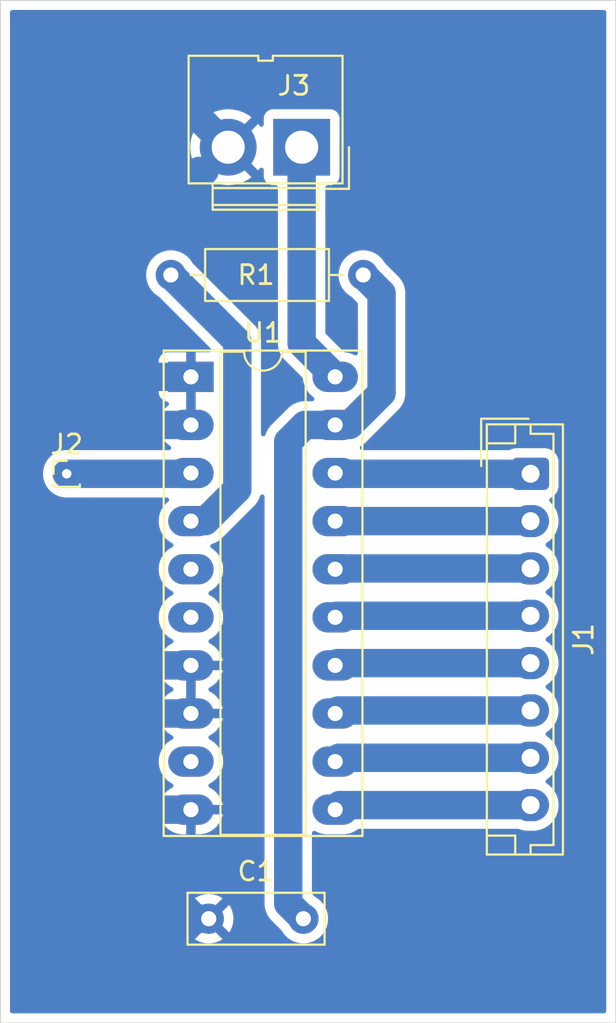
<source format=kicad_pcb>
(kicad_pcb (version 20240108) (generator "pcbnew") (generator_version "8.0")
  (layers (0 "F.Cu" signal) (31 "B.Cu" signal) (36 "B.SilkS" user "B.Silkscreen") (37 "F.SilkS" user "F.Silkscreen") (44 "Edge.Cuts" user))
  (net 0 "")
  (net 1 "GND")
  (net 2 "Net-(U1-CLK_R)")
  (net 3 "Net-(J1-Pin_1)")
  (net 4 "Net-(J1-Pin_3)")
  (net 5 "Net-(J1-Pin_5)")
  (net 6 "Net-(J1-Pin_7)")
  (net 7 "Net-(J1-Pin_2)")
  (net 8 "Net-(J1-Pin_8)")
  (net 9 "Net-(J1-Pin_6)")
  (net 10 "Net-(J1-Pin_4)")
  (net 11 "Net-(J2-Pin_1)")
  (net 12 "VCC")
  (net 13 "Net-(U1-CLK_IN)")
  (footprint "Connector_JST:JST_EH_B8B-EH-A_1x08_P2.50mm_Vertical" (layer "F.Cu") (at 116.5 92.5 -90)
    (property "Reference" "J1" (at 8.75 -2.8 90) (layer "F.SilkS"))
    (property "Value" "Conn_01x08_Socket")
    (fp_line (start -2.91 2.61) (end -0.41 2.61) (stroke (width 0.12)) (layer "F.SilkS"))
    (fp_line (start -2.61 2.31) (end 20.11 2.31) (stroke (width 0.12)) (layer "F.SilkS"))
    (fp_line (start 20.11 2.31) (end 20.11 -1.71) (stroke (width 0.12)) (layer "F.SilkS"))
    (fp_line (start -2.61 0.81) (end -1.61 0.81) (stroke (width 0.12)) (layer "F.SilkS"))
    (fp_line (start -1.61 0.81) (end -1.61 2.31) (stroke (width 0.12)) (layer "F.SilkS"))
    (fp_line (start 19.11 0.81) (end 19.11 2.31) (stroke (width 0.12)) (layer "F.SilkS"))
    (fp_line (start 20.11 0.81) (end 19.11 0.81) (stroke (width 0.12)) (layer "F.SilkS"))
    (fp_line (start -2.91 0.11) (end -2.91 2.61) (stroke (width 0.12)) (layer "F.SilkS"))
    (fp_line (start -2.61 0) (end -2.11 0) (stroke (width 0.12)) (layer "F.SilkS"))
    (fp_line (start -2.11 0) (end -2.11 -1.21) (stroke (width 0.12)) (layer "F.SilkS"))
    (fp_line (start 19.61 0) (end 20.11 0) (stroke (width 0.12)) (layer "F.SilkS"))
    (fp_line (start -2.11 -1.21) (end 19.61 -1.21) (stroke (width 0.12)) (layer "F.SilkS"))
    (fp_line (start 19.61 -1.21) (end 19.61 0) (stroke (width 0.12)) (layer "F.SilkS"))
    (fp_line (start -2.61 -1.71) (end -2.61 2.31) (stroke (width 0.12)) (layer "F.SilkS"))
    (fp_line (start 20.11 -1.71) (end -2.61 -1.71) (stroke (width 0.12)) (layer "F.SilkS"))
    (pad "1" thru_hole roundrect (at 0 0 270) (size 1.7 1.95) (drill 0.95) (layers "*.Cu" "*.Mask") (roundrect_rratio 0.147059) (net 3 "Net-(J1-Pin_1)"))
    (pad "2" thru_hole oval (at 2.5 0 270) (size 1.7 1.95) (drill 0.95) (layers "*.Cu" "*.Mask") (net 7 "Net-(J1-Pin_2)"))
    (pad "3" thru_hole oval (at 5 0 270) (size 1.7 1.95) (drill 0.95) (layers "*.Cu" "*.Mask") (net 4 "Net-(J1-Pin_3)"))
    (pad "4" thru_hole oval (at 7.5 0 270) (size 1.7 1.95) (drill 0.95) (layers "*.Cu" "*.Mask") (net 10 "Net-(J1-Pin_4)"))
    (pad "5" thru_hole oval (at 10 0 270) (size 1.7 1.95) (drill 0.95) (layers "*.Cu" "*.Mask") (net 5 "Net-(J1-Pin_5)"))
    (pad "6" thru_hole oval (at 12.5 0 270) (size 1.7 1.95) (drill 0.95) (layers "*.Cu" "*.Mask") (net 9 "Net-(J1-Pin_6)"))
    (pad "7" thru_hole oval (at 15 0 270) (size 1.7 1.95) (drill 0.95) (layers "*.Cu" "*.Mask") (net 6 "Net-(J1-Pin_7)"))
    (pad "8" thru_hole oval (at 17.5 0 270) (size 1.7 1.95) (drill 0.95) (layers "*.Cu" "*.Mask") (net 8 "Net-(J1-Pin_8)"))
  )
  (footprint "Connector:JWT_A3963_1x02_P3.96mm_Vertical" (layer "F.Cu") (at 104.4075 75.25 180)
    (property "Reference" "J3" (at 0.4075 3.25 0) (layer "F.SilkS"))
    (property "Value" "Conn_01x02_Pin")
    (fp_line (start 5.97 4.83) (end 5.97 0) (stroke (width 0.12)) (layer "F.SilkS"))
    (fp_line (start 5.97 -1.91) (end 5.97 0) (stroke (width 0.12)) (layer "F.SilkS"))
    (fp_line (start 4.7 -1.91) (end 4.7 -3.3) (stroke (width 0.12)) (layer "F.SilkS"))
    (fp_line (start 2.29 4.83) (end 5.97 4.83) (stroke (width 0.12)) (layer "F.SilkS"))
    (fp_line (start 2.29 4.57) (end 2.29 4.83) (stroke (width 0.12)) (layer "F.SilkS"))
    (fp_line (start 1.52 4.83) (end 1.52 4.57) (stroke (width 0.12)) (layer "F.SilkS"))
    (fp_line (start 1.52 4.83) (end -2.16 4.83) (stroke (width 0.12)) (layer "F.SilkS"))
    (fp_line (start 1.52 4.57) (end 2.29 4.57) (stroke (width 0.12)) (layer "F.SilkS"))
    (fp_line (start -0.89 -1.91) (end -0.89 -3.3) (stroke (width 0.12)) (layer "F.SilkS"))
    (fp_line (start -0.89 -2.16) (end 4.7 -2.16) (stroke (width 0.12)) (layer "F.SilkS"))
    (fp_line (start -0.89 -3.05) (end 4.7 -3.05) (stroke (width 0.12)) (layer "F.SilkS"))
    (fp_line (start -0.89 -3.3) (end 4.7 -3.3) (stroke (width 0.12)) (layer "F.SilkS"))
    (fp_line (start -1.2 -2.2) (end -2.5 -2.2) (stroke (width 0.12)) (layer "F.SilkS"))
    (fp_line (start -2.16 0) (end -2.16 4.83) (stroke (width 0.12)) (layer "F.SilkS"))
    (fp_line (start -2.16 -1.91) (end 5.97 -1.91) (stroke (width 0.12)) (layer "F.SilkS"))
    (fp_line (start -2.16 -1.91) (end -2.16 0) (stroke (width 0.12)) (layer "F.SilkS"))
    (fp_line (start -2.5 -2.2) (end -2.5 0) (stroke (width 0.12)) (layer "F.SilkS"))
    (pad "1" thru_hole rect (at 0 0 180) (size 3 3) (drill 1.75) (layers "*.Cu" "*.Mask") (net 12 "VCC"))
    (pad "2" thru_hole circle (at 3.88 0 180) (size 3 3) (drill 1.75) (layers "*.Cu" "*.Mask") (net 1 "GND"))
  )
  (footprint "Capacitor_THT:C_Disc_D7.0mm_W2.5mm_P5.00mm" (layer "F.Cu") (at 99.5 116)
    (property "Reference" "C1" (at 2.5 -2.5 0) (layer "F.SilkS"))
    (property "Value" "150nF")
    (fp_line (start -1.12 -1.37) (end -1.12 1.37) (stroke (width 0.12)) (layer "F.SilkS"))
    (fp_line (start -1.12 -1.37) (end 6.12 -1.37) (stroke (width 0.12)) (layer "F.SilkS"))
    (fp_line (start -1.12 1.37) (end 6.12 1.37) (stroke (width 0.12)) (layer "F.SilkS"))
    (fp_line (start 6.12 -1.37) (end 6.12 1.37) (stroke (width 0.12)) (layer "F.SilkS"))
    (pad "1" thru_hole circle (at 0 0) (size 1.6 1.6) (drill 0.8) (layers "*.Cu" "*.Mask") (net 1 "GND"))
    (pad "2" thru_hole circle (at 5 0) (size 1.6 1.6) (drill 0.8) (layers "*.Cu" "*.Mask") (net 2 "Net-(U1-CLK_R)"))
  )
  (footprint "Connector_PinHeader_1.00mm:PinHeader_1x01_P1.00mm_Vertical" (layer "F.Cu") (at 92 92.5)
    (property "Reference" "J2" (at 0 -1.56 0) (layer "F.SilkS"))
    (property "Value" "Conn_01x01_Pin")
    (fp_line (start -0.695 -0.685) (end 0 -0.685) (stroke (width 0.12)) (layer "F.SilkS"))
    (fp_line (start -0.695 0) (end -0.695 -0.685) (stroke (width 0.12)) (layer "F.SilkS"))
    (fp_line (start -0.695 0.685) (end -0.695 0.56) (stroke (width 0.12)) (layer "F.SilkS"))
    (fp_line (start -0.695 0.685) (end -0.608276 0.685) (stroke (width 0.12)) (layer "F.SilkS"))
    (fp_line (start -0.695 0.685) (end 0.695 0.685) (stroke (width 0.12)) (layer "F.SilkS"))
    (fp_line (start 0.608276 0.685) (end 0.695 0.685) (stroke (width 0.12)) (layer "F.SilkS"))
    (fp_line (start 0.695 0.685) (end 0.695 0.56) (stroke (width 0.12)) (layer "F.SilkS"))
    (pad "1" thru_hole rect (at 0 0) (size 0.85 0.85) (drill 0.5) (layers "*.Cu" "*.Mask") (net 11 "Net-(J2-Pin_1)"))
  )
  (footprint "Package_DIP:CERDIP-20_W7.62mm_SideBrazed_LongPads_Socket" (layer "F.Cu") (at 98.56 87.38)
    (property "Reference" "U1" (at 3.81 -2.33 0) (layer "F.SilkS"))
    (property "Value" "ADC0804LCN")
    (fp_line (start -1.44 -1.39) (end -1.44 24.25) (stroke (width 0.12)) (layer "F.SilkS"))
    (fp_line (start -1.44 24.25) (end 9.06 24.25) (stroke (width 0.12)) (layer "F.SilkS"))
    (fp_line (start 1.56 -1.33) (end 1.56 24.19) (stroke (width 0.12)) (layer "F.SilkS"))
    (fp_line (start 1.56 24.19) (end 6.06 24.19) (stroke (width 0.12)) (layer "F.SilkS"))
    (fp_line (start 2.81 -1.33) (end 1.56 -1.33) (stroke (width 0.12)) (layer "F.SilkS"))
    (fp_line (start 6.06 -1.33) (end 4.81 -1.33) (stroke (width 0.12)) (layer "F.SilkS"))
    (fp_line (start 6.06 24.19) (end 6.06 -1.33) (stroke (width 0.12)) (layer "F.SilkS"))
    (fp_line (start 9.06 -1.39) (end -1.44 -1.39) (stroke (width 0.12)) (layer "F.SilkS"))
    (fp_line (start 9.06 24.25) (end 9.06 -1.39) (stroke (width 0.12)) (layer "F.SilkS"))
    (fp_arc (start 4.81 -1.33) (mid 3.81 -0.33) (end 2.81 -1.33) (stroke (width 0.12)) (layer "F.SilkS"))
    (pad "1" thru_hole rect (at 0 0) (size 2.4 1.6) (drill 0.8) (layers "*.Cu" "*.Mask") (net 1 "GND"))
    (pad "2" thru_hole oval (at 0 2.54) (size 2.4 1.6) (drill 0.8) (layers "*.Cu" "*.Mask") (net 1 "GND"))
    (pad "3" thru_hole oval (at 0 5.08) (size 2.4 1.6) (drill 0.8) (layers "*.Cu" "*.Mask") (net 11 "Net-(J2-Pin_1)"))
    (pad "4" thru_hole oval (at 0 7.62) (size 2.4 1.6) (drill 0.8) (layers "*.Cu" "*.Mask") (net 13 "Net-(U1-CLK_IN)"))
    (pad "5" thru_hole oval (at 0 10.16) (size 2.4 1.6) (drill 0.8) (layers "*.Cu" "*.Mask"))
    (pad "6" thru_hole oval (at 0 12.7) (size 2.4 1.6) (drill 0.8) (layers "*.Cu" "*.Mask"))
    (pad "7" thru_hole oval (at 0 15.24) (size 2.4 1.6) (drill 0.8) (layers "*.Cu" "*.Mask") (net 1 "GND"))
    (pad "8" thru_hole oval (at 0 17.78) (size 2.4 1.6) (drill 0.8) (layers "*.Cu" "*.Mask") (net 1 "GND"))
    (pad "9" thru_hole oval (at 0 20.32) (size 2.4 1.6) (drill 0.8) (layers "*.Cu" "*.Mask"))
    (pad "10" thru_hole oval (at 0 22.86) (size 2.4 1.6) (drill 0.8) (layers "*.Cu" "*.Mask") (net 1 "GND"))
    (pad "11" thru_hole oval (at 7.62 22.86) (size 2.4 1.6) (drill 0.8) (layers "*.Cu" "*.Mask") (net 8 "Net-(J1-Pin_8)"))
    (pad "12" thru_hole oval (at 7.62 20.32) (size 2.4 1.6) (drill 0.8) (layers "*.Cu" "*.Mask") (net 6 "Net-(J1-Pin_7)"))
    (pad "13" thru_hole oval (at 7.62 17.78) (size 2.4 1.6) (drill 0.8) (layers "*.Cu" "*.Mask") (net 9 "Net-(J1-Pin_6)"))
    (pad "14" thru_hole oval (at 7.62 15.24) (size 2.4 1.6) (drill 0.8) (layers "*.Cu" "*.Mask") (net 5 "Net-(J1-Pin_5)"))
    (pad "15" thru_hole oval (at 7.62 12.7) (size 2.4 1.6) (drill 0.8) (layers "*.Cu" "*.Mask") (net 10 "Net-(J1-Pin_4)"))
    (pad "16" thru_hole oval (at 7.62 10.16) (size 2.4 1.6) (drill 0.8) (layers "*.Cu" "*.Mask") (net 4 "Net-(J1-Pin_3)"))
    (pad "17" thru_hole oval (at 7.62 7.62) (size 2.4 1.6) (drill 0.8) (layers "*.Cu" "*.Mask") (net 7 "Net-(J1-Pin_2)"))
    (pad "18" thru_hole oval (at 7.62 5.08) (size 2.4 1.6) (drill 0.8) (layers "*.Cu" "*.Mask") (net 3 "Net-(J1-Pin_1)"))
    (pad "19" thru_hole oval (at 7.62 2.54) (size 2.4 1.6) (drill 0.8) (layers "*.Cu" "*.Mask") (net 2 "Net-(U1-CLK_R)"))
    (pad "20" thru_hole oval (at 7.62 0) (size 2.4 1.6) (drill 0.8) (layers "*.Cu" "*.Mask") (net 12 "VCC"))
  )
  (footprint "Resistor_THT:R_Axial_DIN0207_L6.3mm_D2.5mm_P10.16mm_Horizontal" (layer "F.Cu") (at 97.5 82)
    (property "Reference" "R1" (at 4.5 0 0) (layer "F.SilkS"))
    (property "Value" "100K")
    (fp_line (start 1.04 0) (end 1.81 0) (stroke (width 0.12)) (layer "F.SilkS"))
    (fp_line (start 1.81 -1.37) (end 1.81 1.37) (stroke (width 0.12)) (layer "F.SilkS"))
    (fp_line (start 1.81 1.37) (end 8.35 1.37) (stroke (width 0.12)) (layer "F.SilkS"))
    (fp_line (start 8.35 -1.37) (end 1.81 -1.37) (stroke (width 0.12)) (layer "F.SilkS"))
    (fp_line (start 8.35 1.37) (end 8.35 -1.37) (stroke (width 0.12)) (layer "F.SilkS"))
    (fp_line (start 9.12 0) (end 8.35 0) (stroke (width 0.12)) (layer "F.SilkS"))
    (pad "1" thru_hole circle (at 0 0) (size 1.6 1.6) (drill 0.8) (layers "*.Cu" "*.Mask") (net 13 "Net-(U1-CLK_IN)"))
    (pad "2" thru_hole oval (at 10.16 0) (size 1.6 1.6) (drill 0.8) (layers "*.Cu" "*.Mask") (net 2 "Net-(U1-CLK_R)"))
  )
  (gr_rect (start 88.5 67.5) (end 121 121.5) (stroke (width 0.05)) (fill none) (layer "Edge.Cuts"))
  (segment (start 98.56 89.92) (end 96.08 89.92) (width 1.5) (layer "B.Cu") (net 1))
  (segment (start 99.2775 76.5) (end 99 76.5) (width 1.5) (layer "B.Cu") (net 1))
  (segment (start 99 73.7225) (end 100.5275 75.25) (width 1.5) (layer "B.Cu") (net 1))
  (segment (start 98.56 102.62) (end 96.12 102.62) (width 1.5) (layer "B.Cu") (net 1))
  (segment (start 98.56 105.16) (end 96.16 105.16) (width 1.5) (layer "B.Cu") (net 1))
  (segment (start 96.26 110.24) (end 98.56 110.24) (width 1.5) (layer "B.Cu") (net 1))
  (segment (start 96.26 110.24) (end 96 110.5) (width 1.5) (layer "B.Cu") (net 1))
  (segment (start 96.12 102.62) (end 96 102.5) (width 1.5) (layer "B.Cu") (net 1))
  (segment (start 97.5 116) (end 99.5 116) (width 1.5) (layer "B.Cu") (net 1))
  (segment (start 99 73.7225) (end 99 73.5) (width 1.5) (layer "B.Cu") (net 1))
  (segment (start 96.12 87.38) (end 96 87.5) (width 1.5) (layer "B.Cu") (net 1))
  (segment (start 96.08 89.92) (end 96 90) (width 1.5) (layer "B.Cu") (net 1))
  (segment (start 96 105) (end 96.16 105.16) (width 1.5) (layer "B.Cu") (net 1))
  (segment (start 98.56 87.38) (end 96.12 87.38) (width 1.5) (layer "B.Cu") (net 1))
  (segment (start 108.63 82.97) (end 108.63 88.229138) (width 1.5) (layer "B.Cu") (net 2))
  (segment (start 108.63 88.229138) (end 106.939138 89.92) (width 1.5) (layer "B.Cu") (net 2))
  (segment (start 103.700001 90.799999) (end 104.58 89.92) (width 1.5) (layer "B.Cu") (net 2))
  (segment (start 106.939138 89.92) (end 106.18 89.92) (width 1.5) (layer "B.Cu") (net 2))
  (segment (start 103.700001 115.200001) (end 103.700001 90.799999) (width 1.5) (layer "B.Cu") (net 2))
  (segment (start 104.5 116) (end 103.700001 115.200001) (width 1.5) (layer "B.Cu") (net 2))
  (segment (start 107.66 82) (end 108.63 82.97) (width 1.5) (layer "B.Cu") (net 2))
  (segment (start 104.58 89.92) (end 106.18 89.92) (width 1.5) (layer "B.Cu") (net 2))
  (segment (start 116.5 92.5) (end 106.22 92.5) (width 1.5) (layer "B.Cu") (net 3))
  (segment (start 106.22 92.5) (end 106.18 92.46) (width 1.5) (layer "B.Cu") (net 3))
  (segment (start 116.5 97.5) (end 106.22 97.5) (width 1.5) (layer "B.Cu") (net 4))
  (segment (start 106.22 97.5) (end 106.18 97.54) (width 1.5) (layer "B.Cu") (net 4))
  (segment (start 116.5 102.5) (end 106.3 102.5) (width 1.5) (layer "B.Cu") (net 5))
  (segment (start 106.3 102.5) (end 106.18 102.62) (width 1.5) (layer "B.Cu") (net 5))
  (segment (start 116.5 107.5) (end 106.38 107.5) (width 1.5) (layer "B.Cu") (net 6))
  (segment (start 106.38 107.5) (end 106.18 107.7) (width 1.5) (layer "B.Cu") (net 6))
  (segment (start 116.5 95) (end 106.18 95) (width 1.5) (layer "B.Cu") (net 7))
  (segment (start 116.5 110) (end 106.42 110) (width 1.5) (layer "B.Cu") (net 8))
  (segment (start 106.42 110) (end 106.18 110.24) (width 1.5) (layer "B.Cu") (net 8))
  (segment (start 116.5 105) (end 106.34 105) (width 1.5) (layer "B.Cu") (net 9))
  (segment (start 106.34 105) (end 106.18 105.16) (width 1.5) (layer "B.Cu") (net 9))
  (segment (start 106.26 100) (end 106.18 100.08) (width 1.5) (layer "B.Cu") (net 10))
  (segment (start 116.5 100) (end 106.26 100) (width 1.5) (layer "B.Cu") (net 10))
  (segment (start 92 92.5) (end 98.52 92.5) (width 1.5) (layer "B.Cu") (net 11))
  (segment (start 98.52 92.5) (end 98.56 92.46) (width 1.5) (layer "B.Cu") (net 11))
  (segment (start 104.4075 85.6075) (end 106.18 87.38) (width 1.5) (layer "B.Cu") (net 12))
  (segment (start 104.4075 75.25) (end 104.4075 85.6075) (width 1.5) (layer "B.Cu") (net 12))
  (segment (start 101.01 85.51) (end 97.5 82) (width 1.5) (layer "B.Cu") (net 13))
  (segment (start 99.319138 95) (end 101.01 93.309138) (width 1.5) (layer "B.Cu") (net 13))
  (segment (start 98.56 95) (end 99.319138 95) (width 1.5) (layer "B.Cu") (net 13))
  (segment (start 101.01 93.309138) (end 101.01 85.51) (width 1.5) (layer "B.Cu") (net 13))
  (zone (net 1) (net_name "GND") (layer "B.Cu") (connect_pads (clearance 0.5)) (min_thickness 0.25) (fill yes (thermal_gap 0.5) (thermal_bridge_width 0.5))
    (polygon (pts (xy 88.5 67.5) (xy 121 67.5) (xy 121 121.5) (xy 88.5 121.5)))
  )
)
</source>
